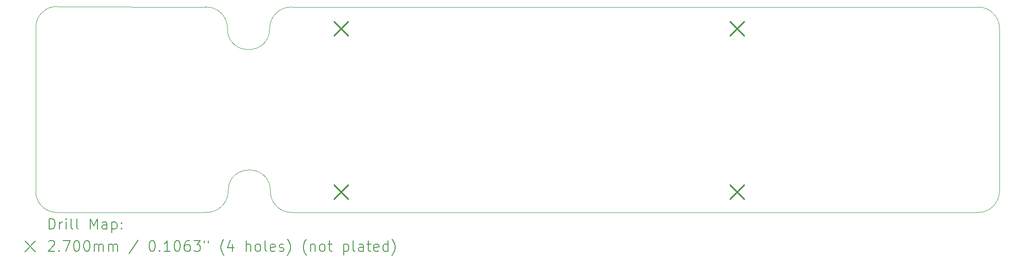
<source format=gbr>
%TF.GenerationSoftware,KiCad,Pcbnew,6.0.11+dfsg-1*%
%TF.CreationDate,2023-11-10T00:52:08+01:00*%
%TF.ProjectId,tallySdoAdapter,74616c6c-7953-4646-9f41-646170746572,0.1*%
%TF.SameCoordinates,Original*%
%TF.FileFunction,Drillmap*%
%TF.FilePolarity,Positive*%
%FSLAX45Y45*%
G04 Gerber Fmt 4.5, Leading zero omitted, Abs format (unit mm)*
G04 Created by KiCad (PCBNEW 6.0.11+dfsg-1) date 2023-11-10 00:52:08*
%MOMM*%
%LPD*%
G01*
G04 APERTURE LIST*
%ADD10C,0.100000*%
%ADD11C,0.200000*%
%ADD12C,0.270000*%
G04 APERTURE END LIST*
D10*
X11819940Y-9991140D02*
G75*
G03*
X12619940Y-9991140I400000J0D01*
G01*
X13040360Y-9583420D02*
X26037540Y-9583420D01*
X26444636Y-9989622D02*
X26444636Y-13073182D01*
X11412220Y-9583420D02*
X8595260Y-9573357D01*
X26038434Y-13480276D02*
G75*
G03*
X26444636Y-13073182I-444J406646D01*
G01*
X8189061Y-13073518D02*
G75*
G03*
X8596154Y-13479719I397739J-8482D01*
G01*
X13040360Y-9583418D02*
G75*
G03*
X12619940Y-9991140I-13990J-406192D01*
G01*
X12634153Y-13074076D02*
G75*
G03*
X13041254Y-13480277I397747J-8474D01*
G01*
X8189058Y-13073517D02*
X8189058Y-9980453D01*
X26444640Y-9989622D02*
G75*
G03*
X26037540Y-9583420I-406650J-448D01*
G01*
X12634158Y-13074076D02*
G75*
G03*
X11834158Y-13074076I-400000J0D01*
G01*
X13041254Y-13480277D02*
X26038434Y-13480277D01*
X11819940Y-9991140D02*
G75*
G03*
X11412220Y-9583420I-398240J9480D01*
G01*
X8595260Y-9573359D02*
G75*
G03*
X8189058Y-9980453I-8480J-397742D01*
G01*
X11414302Y-13479719D02*
X8596154Y-13479719D01*
X11414302Y-13479718D02*
G75*
G03*
X11834158Y-13074076I13978J405638D01*
G01*
D11*
D12*
X13835000Y-9854820D02*
X14105000Y-10124820D01*
X14105000Y-9854820D02*
X13835000Y-10124820D01*
X13835000Y-12956160D02*
X14105000Y-13226160D01*
X14105000Y-12956160D02*
X13835000Y-13226160D01*
X21338160Y-12953620D02*
X21608160Y-13223620D01*
X21608160Y-12953620D02*
X21338160Y-13223620D01*
X21340700Y-9854820D02*
X21610700Y-10124820D01*
X21610700Y-9854820D02*
X21340700Y-10124820D01*
D11*
X8441567Y-13795864D02*
X8441567Y-13595864D01*
X8489186Y-13595864D01*
X8517758Y-13605387D01*
X8536805Y-13624435D01*
X8546329Y-13643483D01*
X8555853Y-13681578D01*
X8555853Y-13710149D01*
X8546329Y-13748245D01*
X8536805Y-13767292D01*
X8517758Y-13786340D01*
X8489186Y-13795864D01*
X8441567Y-13795864D01*
X8641567Y-13795864D02*
X8641567Y-13662530D01*
X8641567Y-13700625D02*
X8651091Y-13681578D01*
X8660615Y-13672054D01*
X8679662Y-13662530D01*
X8698710Y-13662530D01*
X8765377Y-13795864D02*
X8765377Y-13662530D01*
X8765377Y-13595864D02*
X8755853Y-13605387D01*
X8765377Y-13614911D01*
X8774900Y-13605387D01*
X8765377Y-13595864D01*
X8765377Y-13614911D01*
X8889186Y-13795864D02*
X8870139Y-13786340D01*
X8860615Y-13767292D01*
X8860615Y-13595864D01*
X8993948Y-13795864D02*
X8974900Y-13786340D01*
X8965377Y-13767292D01*
X8965377Y-13595864D01*
X9222520Y-13795864D02*
X9222520Y-13595864D01*
X9289186Y-13738721D01*
X9355853Y-13595864D01*
X9355853Y-13795864D01*
X9536805Y-13795864D02*
X9536805Y-13691102D01*
X9527281Y-13672054D01*
X9508234Y-13662530D01*
X9470139Y-13662530D01*
X9451091Y-13672054D01*
X9536805Y-13786340D02*
X9517758Y-13795864D01*
X9470139Y-13795864D01*
X9451091Y-13786340D01*
X9441567Y-13767292D01*
X9441567Y-13748245D01*
X9451091Y-13729197D01*
X9470139Y-13719673D01*
X9517758Y-13719673D01*
X9536805Y-13710149D01*
X9632043Y-13662530D02*
X9632043Y-13862530D01*
X9632043Y-13672054D02*
X9651091Y-13662530D01*
X9689186Y-13662530D01*
X9708234Y-13672054D01*
X9717758Y-13681578D01*
X9727281Y-13700625D01*
X9727281Y-13757768D01*
X9717758Y-13776816D01*
X9708234Y-13786340D01*
X9689186Y-13795864D01*
X9651091Y-13795864D01*
X9632043Y-13786340D01*
X9812996Y-13776816D02*
X9822520Y-13786340D01*
X9812996Y-13795864D01*
X9803472Y-13786340D01*
X9812996Y-13776816D01*
X9812996Y-13795864D01*
X9812996Y-13672054D02*
X9822520Y-13681578D01*
X9812996Y-13691102D01*
X9803472Y-13681578D01*
X9812996Y-13672054D01*
X9812996Y-13691102D01*
X7983948Y-14025387D02*
X8183948Y-14225387D01*
X8183948Y-14025387D02*
X7983948Y-14225387D01*
X8432043Y-14034911D02*
X8441567Y-14025387D01*
X8460615Y-14015864D01*
X8508234Y-14015864D01*
X8527281Y-14025387D01*
X8536805Y-14034911D01*
X8546329Y-14053959D01*
X8546329Y-14073006D01*
X8536805Y-14101578D01*
X8422520Y-14215864D01*
X8546329Y-14215864D01*
X8632043Y-14196816D02*
X8641567Y-14206340D01*
X8632043Y-14215864D01*
X8622520Y-14206340D01*
X8632043Y-14196816D01*
X8632043Y-14215864D01*
X8708234Y-14015864D02*
X8841567Y-14015864D01*
X8755853Y-14215864D01*
X8955853Y-14015864D02*
X8974900Y-14015864D01*
X8993948Y-14025387D01*
X9003472Y-14034911D01*
X9012996Y-14053959D01*
X9022520Y-14092054D01*
X9022520Y-14139673D01*
X9012996Y-14177768D01*
X9003472Y-14196816D01*
X8993948Y-14206340D01*
X8974900Y-14215864D01*
X8955853Y-14215864D01*
X8936805Y-14206340D01*
X8927281Y-14196816D01*
X8917758Y-14177768D01*
X8908234Y-14139673D01*
X8908234Y-14092054D01*
X8917758Y-14053959D01*
X8927281Y-14034911D01*
X8936805Y-14025387D01*
X8955853Y-14015864D01*
X9146329Y-14015864D02*
X9165377Y-14015864D01*
X9184424Y-14025387D01*
X9193948Y-14034911D01*
X9203472Y-14053959D01*
X9212996Y-14092054D01*
X9212996Y-14139673D01*
X9203472Y-14177768D01*
X9193948Y-14196816D01*
X9184424Y-14206340D01*
X9165377Y-14215864D01*
X9146329Y-14215864D01*
X9127281Y-14206340D01*
X9117758Y-14196816D01*
X9108234Y-14177768D01*
X9098710Y-14139673D01*
X9098710Y-14092054D01*
X9108234Y-14053959D01*
X9117758Y-14034911D01*
X9127281Y-14025387D01*
X9146329Y-14015864D01*
X9298710Y-14215864D02*
X9298710Y-14082530D01*
X9298710Y-14101578D02*
X9308234Y-14092054D01*
X9327281Y-14082530D01*
X9355853Y-14082530D01*
X9374900Y-14092054D01*
X9384424Y-14111102D01*
X9384424Y-14215864D01*
X9384424Y-14111102D02*
X9393948Y-14092054D01*
X9412996Y-14082530D01*
X9441567Y-14082530D01*
X9460615Y-14092054D01*
X9470139Y-14111102D01*
X9470139Y-14215864D01*
X9565377Y-14215864D02*
X9565377Y-14082530D01*
X9565377Y-14101578D02*
X9574900Y-14092054D01*
X9593948Y-14082530D01*
X9622520Y-14082530D01*
X9641567Y-14092054D01*
X9651091Y-14111102D01*
X9651091Y-14215864D01*
X9651091Y-14111102D02*
X9660615Y-14092054D01*
X9679662Y-14082530D01*
X9708234Y-14082530D01*
X9727281Y-14092054D01*
X9736805Y-14111102D01*
X9736805Y-14215864D01*
X10127281Y-14006340D02*
X9955853Y-14263483D01*
X10384424Y-14015864D02*
X10403472Y-14015864D01*
X10422520Y-14025387D01*
X10432043Y-14034911D01*
X10441567Y-14053959D01*
X10451091Y-14092054D01*
X10451091Y-14139673D01*
X10441567Y-14177768D01*
X10432043Y-14196816D01*
X10422520Y-14206340D01*
X10403472Y-14215864D01*
X10384424Y-14215864D01*
X10365377Y-14206340D01*
X10355853Y-14196816D01*
X10346329Y-14177768D01*
X10336805Y-14139673D01*
X10336805Y-14092054D01*
X10346329Y-14053959D01*
X10355853Y-14034911D01*
X10365377Y-14025387D01*
X10384424Y-14015864D01*
X10536805Y-14196816D02*
X10546329Y-14206340D01*
X10536805Y-14215864D01*
X10527281Y-14206340D01*
X10536805Y-14196816D01*
X10536805Y-14215864D01*
X10736805Y-14215864D02*
X10622520Y-14215864D01*
X10679662Y-14215864D02*
X10679662Y-14015864D01*
X10660615Y-14044435D01*
X10641567Y-14063483D01*
X10622520Y-14073006D01*
X10860615Y-14015864D02*
X10879662Y-14015864D01*
X10898710Y-14025387D01*
X10908234Y-14034911D01*
X10917758Y-14053959D01*
X10927281Y-14092054D01*
X10927281Y-14139673D01*
X10917758Y-14177768D01*
X10908234Y-14196816D01*
X10898710Y-14206340D01*
X10879662Y-14215864D01*
X10860615Y-14215864D01*
X10841567Y-14206340D01*
X10832043Y-14196816D01*
X10822520Y-14177768D01*
X10812996Y-14139673D01*
X10812996Y-14092054D01*
X10822520Y-14053959D01*
X10832043Y-14034911D01*
X10841567Y-14025387D01*
X10860615Y-14015864D01*
X11098710Y-14015864D02*
X11060615Y-14015864D01*
X11041567Y-14025387D01*
X11032043Y-14034911D01*
X11012996Y-14063483D01*
X11003472Y-14101578D01*
X11003472Y-14177768D01*
X11012996Y-14196816D01*
X11022520Y-14206340D01*
X11041567Y-14215864D01*
X11079662Y-14215864D01*
X11098710Y-14206340D01*
X11108234Y-14196816D01*
X11117758Y-14177768D01*
X11117758Y-14130149D01*
X11108234Y-14111102D01*
X11098710Y-14101578D01*
X11079662Y-14092054D01*
X11041567Y-14092054D01*
X11022520Y-14101578D01*
X11012996Y-14111102D01*
X11003472Y-14130149D01*
X11184424Y-14015864D02*
X11308234Y-14015864D01*
X11241567Y-14092054D01*
X11270138Y-14092054D01*
X11289186Y-14101578D01*
X11298710Y-14111102D01*
X11308234Y-14130149D01*
X11308234Y-14177768D01*
X11298710Y-14196816D01*
X11289186Y-14206340D01*
X11270138Y-14215864D01*
X11212996Y-14215864D01*
X11193948Y-14206340D01*
X11184424Y-14196816D01*
X11384424Y-14015864D02*
X11384424Y-14053959D01*
X11460615Y-14015864D02*
X11460615Y-14053959D01*
X11755853Y-14292054D02*
X11746329Y-14282530D01*
X11727281Y-14253959D01*
X11717758Y-14234911D01*
X11708234Y-14206340D01*
X11698710Y-14158721D01*
X11698710Y-14120625D01*
X11708234Y-14073006D01*
X11717758Y-14044435D01*
X11727281Y-14025387D01*
X11746329Y-13996816D01*
X11755853Y-13987292D01*
X11917758Y-14082530D02*
X11917758Y-14215864D01*
X11870138Y-14006340D02*
X11822519Y-14149197D01*
X11946329Y-14149197D01*
X12174900Y-14215864D02*
X12174900Y-14015864D01*
X12260615Y-14215864D02*
X12260615Y-14111102D01*
X12251091Y-14092054D01*
X12232043Y-14082530D01*
X12203472Y-14082530D01*
X12184424Y-14092054D01*
X12174900Y-14101578D01*
X12384424Y-14215864D02*
X12365377Y-14206340D01*
X12355853Y-14196816D01*
X12346329Y-14177768D01*
X12346329Y-14120625D01*
X12355853Y-14101578D01*
X12365377Y-14092054D01*
X12384424Y-14082530D01*
X12412996Y-14082530D01*
X12432043Y-14092054D01*
X12441567Y-14101578D01*
X12451091Y-14120625D01*
X12451091Y-14177768D01*
X12441567Y-14196816D01*
X12432043Y-14206340D01*
X12412996Y-14215864D01*
X12384424Y-14215864D01*
X12565377Y-14215864D02*
X12546329Y-14206340D01*
X12536805Y-14187292D01*
X12536805Y-14015864D01*
X12717758Y-14206340D02*
X12698710Y-14215864D01*
X12660615Y-14215864D01*
X12641567Y-14206340D01*
X12632043Y-14187292D01*
X12632043Y-14111102D01*
X12641567Y-14092054D01*
X12660615Y-14082530D01*
X12698710Y-14082530D01*
X12717758Y-14092054D01*
X12727281Y-14111102D01*
X12727281Y-14130149D01*
X12632043Y-14149197D01*
X12803472Y-14206340D02*
X12822519Y-14215864D01*
X12860615Y-14215864D01*
X12879662Y-14206340D01*
X12889186Y-14187292D01*
X12889186Y-14177768D01*
X12879662Y-14158721D01*
X12860615Y-14149197D01*
X12832043Y-14149197D01*
X12812996Y-14139673D01*
X12803472Y-14120625D01*
X12803472Y-14111102D01*
X12812996Y-14092054D01*
X12832043Y-14082530D01*
X12860615Y-14082530D01*
X12879662Y-14092054D01*
X12955853Y-14292054D02*
X12965377Y-14282530D01*
X12984424Y-14253959D01*
X12993948Y-14234911D01*
X13003472Y-14206340D01*
X13012996Y-14158721D01*
X13012996Y-14120625D01*
X13003472Y-14073006D01*
X12993948Y-14044435D01*
X12984424Y-14025387D01*
X12965377Y-13996816D01*
X12955853Y-13987292D01*
X13317758Y-14292054D02*
X13308234Y-14282530D01*
X13289186Y-14253959D01*
X13279662Y-14234911D01*
X13270138Y-14206340D01*
X13260615Y-14158721D01*
X13260615Y-14120625D01*
X13270138Y-14073006D01*
X13279662Y-14044435D01*
X13289186Y-14025387D01*
X13308234Y-13996816D01*
X13317758Y-13987292D01*
X13393948Y-14082530D02*
X13393948Y-14215864D01*
X13393948Y-14101578D02*
X13403472Y-14092054D01*
X13422519Y-14082530D01*
X13451091Y-14082530D01*
X13470138Y-14092054D01*
X13479662Y-14111102D01*
X13479662Y-14215864D01*
X13603472Y-14215864D02*
X13584424Y-14206340D01*
X13574900Y-14196816D01*
X13565377Y-14177768D01*
X13565377Y-14120625D01*
X13574900Y-14101578D01*
X13584424Y-14092054D01*
X13603472Y-14082530D01*
X13632043Y-14082530D01*
X13651091Y-14092054D01*
X13660615Y-14101578D01*
X13670138Y-14120625D01*
X13670138Y-14177768D01*
X13660615Y-14196816D01*
X13651091Y-14206340D01*
X13632043Y-14215864D01*
X13603472Y-14215864D01*
X13727281Y-14082530D02*
X13803472Y-14082530D01*
X13755853Y-14015864D02*
X13755853Y-14187292D01*
X13765377Y-14206340D01*
X13784424Y-14215864D01*
X13803472Y-14215864D01*
X14022519Y-14082530D02*
X14022519Y-14282530D01*
X14022519Y-14092054D02*
X14041567Y-14082530D01*
X14079662Y-14082530D01*
X14098710Y-14092054D01*
X14108234Y-14101578D01*
X14117758Y-14120625D01*
X14117758Y-14177768D01*
X14108234Y-14196816D01*
X14098710Y-14206340D01*
X14079662Y-14215864D01*
X14041567Y-14215864D01*
X14022519Y-14206340D01*
X14232043Y-14215864D02*
X14212996Y-14206340D01*
X14203472Y-14187292D01*
X14203472Y-14015864D01*
X14393948Y-14215864D02*
X14393948Y-14111102D01*
X14384424Y-14092054D01*
X14365377Y-14082530D01*
X14327281Y-14082530D01*
X14308234Y-14092054D01*
X14393948Y-14206340D02*
X14374900Y-14215864D01*
X14327281Y-14215864D01*
X14308234Y-14206340D01*
X14298710Y-14187292D01*
X14298710Y-14168245D01*
X14308234Y-14149197D01*
X14327281Y-14139673D01*
X14374900Y-14139673D01*
X14393948Y-14130149D01*
X14460615Y-14082530D02*
X14536805Y-14082530D01*
X14489186Y-14015864D02*
X14489186Y-14187292D01*
X14498710Y-14206340D01*
X14517758Y-14215864D01*
X14536805Y-14215864D01*
X14679662Y-14206340D02*
X14660615Y-14215864D01*
X14622519Y-14215864D01*
X14603472Y-14206340D01*
X14593948Y-14187292D01*
X14593948Y-14111102D01*
X14603472Y-14092054D01*
X14622519Y-14082530D01*
X14660615Y-14082530D01*
X14679662Y-14092054D01*
X14689186Y-14111102D01*
X14689186Y-14130149D01*
X14593948Y-14149197D01*
X14860615Y-14215864D02*
X14860615Y-14015864D01*
X14860615Y-14206340D02*
X14841567Y-14215864D01*
X14803472Y-14215864D01*
X14784424Y-14206340D01*
X14774900Y-14196816D01*
X14765377Y-14177768D01*
X14765377Y-14120625D01*
X14774900Y-14101578D01*
X14784424Y-14092054D01*
X14803472Y-14082530D01*
X14841567Y-14082530D01*
X14860615Y-14092054D01*
X14936805Y-14292054D02*
X14946329Y-14282530D01*
X14965377Y-14253959D01*
X14974900Y-14234911D01*
X14984424Y-14206340D01*
X14993948Y-14158721D01*
X14993948Y-14120625D01*
X14984424Y-14073006D01*
X14974900Y-14044435D01*
X14965377Y-14025387D01*
X14946329Y-13996816D01*
X14936805Y-13987292D01*
M02*

</source>
